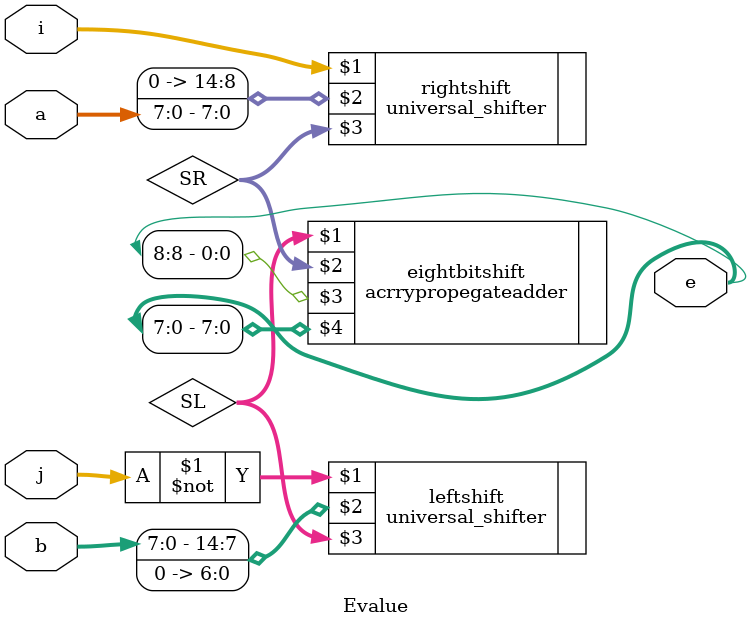
<source format=v>
module Evalue(a,b,e,i,j);
	input [7:0]a,b;
	input [2:0]i,j;
	output [8:0]e;
	
	wire [7:0]SL,SR;
	
	//shift right
	universal_shifter rightshift(i,{{7'b0},{a[7:0]}},SR);
	//shift left
	universal_shifter leftshift(~j,{{b[7:0]},{7'b0}},SL);
	
	//addition
	acrrypropegateadder eightbitshift(SL,SR,e[8],e[7:0]);
	
endmodule
	

</source>
